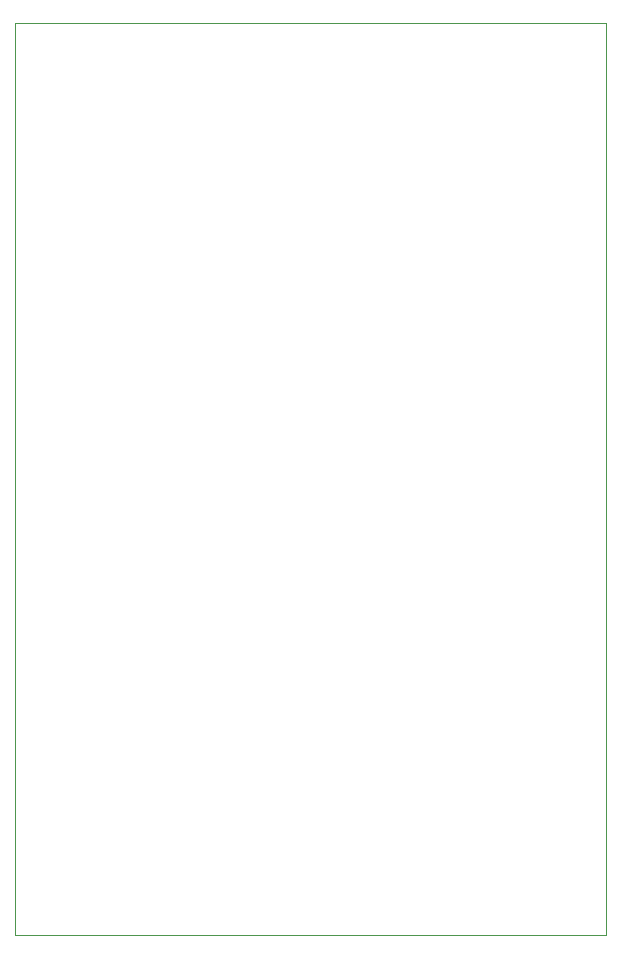
<source format=gbr>
%TF.GenerationSoftware,KiCad,Pcbnew,8.0.5*%
%TF.CreationDate,2024-10-28T11:16:19+03:00*%
%TF.ProjectId,IoTmanager,496f546d-616e-4616-9765-722e6b696361,rev?*%
%TF.SameCoordinates,Original*%
%TF.FileFunction,Profile,NP*%
%FSLAX46Y46*%
G04 Gerber Fmt 4.6, Leading zero omitted, Abs format (unit mm)*
G04 Created by KiCad (PCBNEW 8.0.5) date 2024-10-28 11:16:19*
%MOMM*%
%LPD*%
G01*
G04 APERTURE LIST*
%TA.AperFunction,Profile*%
%ADD10C,0.050000*%
%TD*%
G04 APERTURE END LIST*
D10*
X77600000Y-54900000D02*
X127600000Y-54900000D01*
X127600000Y-132100000D01*
X77600000Y-132100000D01*
X77600000Y-54900000D01*
M02*

</source>
